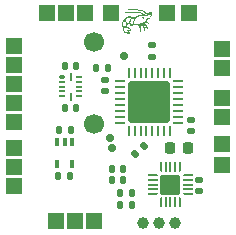
<source format=gbr>
%TF.GenerationSoftware,KiCad,Pcbnew,8.99.0-2176-gc19aa8170b*%
%TF.CreationDate,2024-08-30T16:07:14-04:00*%
%TF.ProjectId,scampi,7363616d-7069-42e6-9b69-6361645f7063,rev?*%
%TF.SameCoordinates,Original*%
%TF.FileFunction,Soldermask,Top*%
%TF.FilePolarity,Negative*%
%FSLAX46Y46*%
G04 Gerber Fmt 4.6, Leading zero omitted, Abs format (unit mm)*
G04 Created by KiCad (PCBNEW 8.99.0-2176-gc19aa8170b) date 2024-08-30 16:07:14*
%MOMM*%
%LPD*%
G01*
G04 APERTURE LIST*
G04 Aperture macros list*
%AMRoundRect*
0 Rectangle with rounded corners*
0 $1 Rounding radius*
0 $2 $3 $4 $5 $6 $7 $8 $9 X,Y pos of 4 corners*
0 Add a 4 corners polygon primitive as box body*
4,1,4,$2,$3,$4,$5,$6,$7,$8,$9,$2,$3,0*
0 Add four circle primitives for the rounded corners*
1,1,$1+$1,$2,$3*
1,1,$1+$1,$4,$5*
1,1,$1+$1,$6,$7*
1,1,$1+$1,$8,$9*
0 Add four rect primitives between the rounded corners*
20,1,$1+$1,$2,$3,$4,$5,0*
20,1,$1+$1,$4,$5,$6,$7,0*
20,1,$1+$1,$6,$7,$8,$9,0*
20,1,$1+$1,$8,$9,$2,$3,0*%
%AMFreePoly0*
4,1,14,0.334644,0.085355,0.385355,0.034644,0.400000,-0.000711,0.400000,-0.050000,0.385355,-0.085355,0.350000,-0.100000,-0.350000,-0.100000,-0.385355,-0.085355,-0.400000,-0.050000,-0.400000,0.050000,-0.385355,0.085355,-0.350000,0.100000,0.299289,0.100000,0.334644,0.085355,0.334644,0.085355,$1*%
%AMFreePoly1*
4,1,14,0.385355,0.085355,0.400000,0.050000,0.400000,0.000711,0.385355,-0.034644,0.334644,-0.085355,0.299289,-0.100000,-0.350000,-0.100000,-0.385355,-0.085355,-0.400000,-0.050000,-0.400000,0.050000,-0.385355,0.085355,-0.350000,0.100000,0.350000,0.100000,0.385355,0.085355,0.385355,0.085355,$1*%
%AMFreePoly2*
4,1,14,0.085355,0.385355,0.100000,0.350000,0.100000,-0.350000,0.085355,-0.385355,0.050000,-0.400000,-0.050000,-0.400000,-0.085355,-0.385355,-0.100000,-0.350000,-0.100000,0.299289,-0.085355,0.334644,-0.034644,0.385355,0.000711,0.400000,0.050000,0.400000,0.085355,0.385355,0.085355,0.385355,$1*%
%AMFreePoly3*
4,1,14,0.034644,0.385355,0.085355,0.334644,0.100000,0.299289,0.100000,-0.350000,0.085355,-0.385355,0.050000,-0.400000,-0.050000,-0.400000,-0.085355,-0.385355,-0.100000,-0.350000,-0.100000,0.350000,-0.085355,0.385355,-0.050000,0.400000,-0.000711,0.400000,0.034644,0.385355,0.034644,0.385355,$1*%
%AMFreePoly4*
4,1,14,0.385355,0.085355,0.400000,0.050000,0.400000,-0.050000,0.385355,-0.085355,0.350000,-0.100000,-0.299289,-0.100000,-0.334644,-0.085355,-0.385355,-0.034644,-0.400000,0.000711,-0.400000,0.050000,-0.385355,0.085355,-0.350000,0.100000,0.350000,0.100000,0.385355,0.085355,0.385355,0.085355,$1*%
%AMFreePoly5*
4,1,14,0.385355,0.085355,0.400000,0.050000,0.400000,-0.050000,0.385355,-0.085355,0.350000,-0.100000,-0.350000,-0.100000,-0.385355,-0.085355,-0.400000,-0.050000,-0.400000,-0.000711,-0.385355,0.034644,-0.334644,0.085355,-0.299289,0.100000,0.350000,0.100000,0.385355,0.085355,0.385355,0.085355,$1*%
%AMFreePoly6*
4,1,14,0.085355,0.385355,0.100000,0.350000,0.100000,-0.299289,0.085355,-0.334644,0.034644,-0.385355,-0.000711,-0.400000,-0.050000,-0.400000,-0.085355,-0.385355,-0.100000,-0.350000,-0.100000,0.350000,-0.085355,0.385355,-0.050000,0.400000,0.050000,0.400000,0.085355,0.385355,0.085355,0.385355,$1*%
%AMFreePoly7*
4,1,14,0.085355,0.385355,0.100000,0.350000,0.100000,-0.350000,0.085355,-0.385355,0.050000,-0.400000,0.000711,-0.400000,-0.034644,-0.385355,-0.085355,-0.334644,-0.100000,-0.299289,-0.100000,0.350000,-0.085355,0.385355,-0.050000,0.400000,0.050000,0.400000,0.085355,0.385355,0.085355,0.385355,$1*%
G04 Aperture macros list end*
%ADD10C,0.300000*%
%ADD11RoundRect,0.210000X-0.490000X-0.490000X0.490000X-0.490000X0.490000X0.490000X-0.490000X0.490000X0*%
%ADD12C,1.000000*%
%ADD13RoundRect,0.140000X0.170000X-0.140000X0.170000X0.140000X-0.170000X0.140000X-0.170000X-0.140000X0*%
%ADD14RoundRect,0.062500X-0.337500X-0.062500X0.337500X-0.062500X0.337500X0.062500X-0.337500X0.062500X0*%
%ADD15RoundRect,0.062500X-0.062500X-0.337500X0.062500X-0.337500X0.062500X0.337500X-0.062500X0.337500X0*%
%ADD16RoundRect,0.175000X-1.575000X-1.575000X1.575000X-1.575000X1.575000X1.575000X-1.575000X1.575000X0*%
%ADD17RoundRect,0.135000X-0.135000X-0.185000X0.135000X-0.185000X0.135000X0.185000X-0.135000X0.185000X0*%
%ADD18FreePoly0,180.000000*%
%ADD19RoundRect,0.050000X0.350000X0.050000X-0.350000X0.050000X-0.350000X-0.050000X0.350000X-0.050000X0*%
%ADD20FreePoly1,180.000000*%
%ADD21FreePoly2,180.000000*%
%ADD22RoundRect,0.050000X0.050000X0.350000X-0.050000X0.350000X-0.050000X-0.350000X0.050000X-0.350000X0*%
%ADD23FreePoly3,180.000000*%
%ADD24FreePoly4,180.000000*%
%ADD25FreePoly5,180.000000*%
%ADD26FreePoly6,180.000000*%
%ADD27FreePoly7,180.000000*%
%ADD28RoundRect,0.170000X0.680000X0.680000X-0.680000X0.680000X-0.680000X-0.680000X0.680000X-0.680000X0*%
%ADD29C,0.700000*%
%ADD30RoundRect,0.140000X-0.140000X-0.170000X0.140000X-0.170000X0.140000X0.170000X-0.140000X0.170000X0*%
%ADD31RoundRect,0.100000X-0.100000X0.225000X-0.100000X-0.225000X0.100000X-0.225000X0.100000X0.225000X0*%
%ADD32RoundRect,0.225000X0.225000X0.250000X-0.225000X0.250000X-0.225000X-0.250000X0.225000X-0.250000X0*%
%ADD33RoundRect,0.135000X0.035355X-0.226274X0.226274X-0.035355X-0.035355X0.226274X-0.226274X0.035355X0*%
%ADD34RoundRect,0.140000X-0.170000X0.140000X-0.170000X-0.140000X0.170000X-0.140000X0.170000X0.140000X0*%
%ADD35RoundRect,0.140000X0.140000X0.170000X-0.140000X0.170000X-0.140000X-0.170000X0.140000X-0.170000X0*%
%ADD36RoundRect,0.080000X0.170000X-0.080000X0.170000X0.080000X-0.170000X0.080000X-0.170000X-0.080000X0*%
%ADD37RoundRect,0.055000X0.195000X-0.055000X0.195000X0.055000X-0.195000X0.055000X-0.195000X-0.055000X0*%
%ADD38RoundRect,0.055000X-0.055000X-0.270000X0.055000X-0.270000X0.055000X0.270000X-0.055000X0.270000X0*%
%ADD39RoundRect,0.210000X0.490000X0.490000X-0.490000X0.490000X-0.490000X-0.490000X0.490000X-0.490000X0*%
%ADD40C,1.700000*%
G04 APERTURE END LIST*
D10*
G36*
X150188576Y-86502902D02*
G01*
X150215210Y-86520980D01*
X150233289Y-86547525D01*
X150239299Y-86578865D01*
X150233285Y-86610285D01*
X150215210Y-86636843D01*
X150188576Y-86654920D01*
X150157141Y-86660931D01*
X150125801Y-86654921D01*
X150099256Y-86636843D01*
X150081110Y-86610277D01*
X150075076Y-86578865D01*
X150081106Y-86547532D01*
X150099256Y-86520980D01*
X150125801Y-86502901D01*
X150157141Y-86496891D01*
X150188576Y-86502902D01*
G37*
G36*
X148949055Y-85835146D02*
G01*
X149058598Y-85858227D01*
X149209723Y-85869493D01*
X149431923Y-85872515D01*
X149636360Y-85877969D01*
X149806348Y-85893032D01*
X149966096Y-85920549D01*
X150104385Y-85959527D01*
X150234090Y-86013226D01*
X150355345Y-86081892D01*
X150470167Y-86165577D01*
X150547408Y-86234328D01*
X150654756Y-86135565D01*
X150737920Y-86060002D01*
X150767099Y-86044034D01*
X150793241Y-86039211D01*
X150822410Y-86045188D01*
X150846547Y-86063208D01*
X150862545Y-86089667D01*
X150868071Y-86122834D01*
X150865186Y-86162653D01*
X150856806Y-86198763D01*
X150820902Y-86272676D01*
X150852185Y-86280921D01*
X150876315Y-86296490D01*
X150892416Y-86318675D01*
X150897838Y-86346224D01*
X150888167Y-86384080D01*
X150854241Y-86428198D01*
X150806270Y-86469814D01*
X150739844Y-86517408D01*
X150759031Y-86541054D01*
X150765489Y-86571538D01*
X150759838Y-86594530D01*
X150740278Y-86620638D01*
X150700002Y-86651680D01*
X150623420Y-86689745D01*
X150488976Y-86735853D01*
X150431950Y-86828860D01*
X150391970Y-86875113D01*
X150681409Y-87007695D01*
X150635430Y-87107163D01*
X150308033Y-86956794D01*
X150265768Y-86992674D01*
X150265011Y-86993159D01*
X150380532Y-87120718D01*
X150572965Y-87452553D01*
X150477710Y-87506958D01*
X150290315Y-87185015D01*
X150171903Y-87052896D01*
X150163172Y-87058498D01*
X150068506Y-87104518D01*
X150203303Y-87192159D01*
X150314129Y-87502103D01*
X150314129Y-87698658D01*
X150204402Y-87700673D01*
X150204402Y-87523719D01*
X150112079Y-87262593D01*
X149942819Y-87152006D01*
X149916990Y-87161201D01*
X149839313Y-87180091D01*
X149931369Y-87208279D01*
X149987698Y-87537091D01*
X149962052Y-87806277D01*
X149853425Y-87796019D01*
X149879071Y-87540938D01*
X149834924Y-87290986D01*
X149604625Y-87215602D01*
X149486237Y-87220919D01*
X149321833Y-87211783D01*
X149312878Y-87210285D01*
X149310392Y-87221892D01*
X149282264Y-87254808D01*
X149241882Y-87275379D01*
X149194886Y-87282376D01*
X149150639Y-87276032D01*
X149106592Y-87256365D01*
X149071460Y-87223626D01*
X149050172Y-87175032D01*
X149031211Y-87198337D01*
X149006849Y-87214874D01*
X148978824Y-87224770D01*
X148949422Y-87228063D01*
X148903857Y-87220917D01*
X148860670Y-87199029D01*
X148836539Y-87172419D01*
X149112428Y-87172419D01*
X149128207Y-87195914D01*
X149158447Y-87216855D01*
X149195893Y-87223941D01*
X149224236Y-87220348D01*
X149243887Y-87210752D01*
X149252898Y-87200252D01*
X149156875Y-87184191D01*
X149112428Y-87172419D01*
X148836539Y-87172419D01*
X148829603Y-87164771D01*
X148819362Y-87120901D01*
X148877889Y-87120901D01*
X148882737Y-87137708D01*
X148899321Y-87154607D01*
X148922474Y-87165930D01*
X148951253Y-87169903D01*
X148973362Y-87166287D01*
X148992561Y-87155523D01*
X149003547Y-87143581D01*
X148995217Y-87141375D01*
X148882654Y-87101642D01*
X148877889Y-87120901D01*
X148819362Y-87120901D01*
X148821588Y-87107254D01*
X148801231Y-87127184D01*
X148769995Y-87179336D01*
X148750136Y-87238044D01*
X148742151Y-87299962D01*
X148847433Y-87338136D01*
X148942377Y-87389691D01*
X149028190Y-87454934D01*
X149101425Y-87532866D01*
X149153587Y-87616728D01*
X149186643Y-87707817D01*
X149114455Y-87722637D01*
X149049073Y-87727326D01*
X149004376Y-87725311D01*
X148961786Y-87720182D01*
X148994366Y-87770687D01*
X149024893Y-87829358D01*
X149050052Y-87890096D01*
X149066567Y-87944763D01*
X148935338Y-87937433D01*
X148821112Y-87916622D01*
X148721543Y-87883672D01*
X148628185Y-87836557D01*
X148553025Y-87781637D01*
X148493573Y-87718991D01*
X148448081Y-87646498D01*
X148421270Y-87569767D01*
X148412300Y-87487540D01*
X148508685Y-87487540D01*
X148514666Y-87545920D01*
X148532466Y-87600715D01*
X148562633Y-87653045D01*
X148625416Y-87720963D01*
X148711560Y-87778617D01*
X148811502Y-87819365D01*
X148928539Y-87843189D01*
X148865524Y-87729890D01*
X148793259Y-87616592D01*
X148911137Y-87629965D01*
X149011704Y-87635094D01*
X149034510Y-87634544D01*
X149056308Y-87632987D01*
X149012128Y-87574940D01*
X148949605Y-87516025D01*
X148878101Y-87463722D01*
X148800769Y-87419030D01*
X148720878Y-87383554D01*
X148691075Y-87374423D01*
X148668329Y-87384775D01*
X148575822Y-87410421D01*
X148516049Y-87419812D01*
X148512257Y-87439455D01*
X148508685Y-87487540D01*
X148412300Y-87487540D01*
X148412240Y-87486991D01*
X148423506Y-87392560D01*
X148388317Y-87299342D01*
X148367728Y-87207624D01*
X148361038Y-87117696D01*
X148457394Y-87117696D01*
X148461067Y-87179361D01*
X148472324Y-87243267D01*
X148491163Y-87308780D01*
X148503049Y-87339802D01*
X148522332Y-87338064D01*
X148611084Y-87317914D01*
X148653382Y-87301028D01*
X148653682Y-87300835D01*
X148655373Y-87274116D01*
X148671237Y-87196891D01*
X148696630Y-87128595D01*
X148733196Y-87066452D01*
X148765678Y-87031025D01*
X148702327Y-86977838D01*
X148651384Y-86922057D01*
X148609978Y-86859567D01*
X148589982Y-86812707D01*
X148581237Y-86818357D01*
X148536388Y-86861590D01*
X148501999Y-86911891D01*
X148478141Y-86968260D01*
X148462867Y-87036080D01*
X148457394Y-87117696D01*
X148361038Y-87117696D01*
X148360949Y-87116505D01*
X148367029Y-87027346D01*
X148384531Y-86947942D01*
X148412790Y-86876811D01*
X148452578Y-86811876D01*
X148502404Y-86756571D01*
X148531220Y-86734469D01*
X148659779Y-86734469D01*
X148667850Y-86772875D01*
X148689909Y-86823771D01*
X148724382Y-86874613D01*
X148792652Y-86942456D01*
X148866937Y-86993193D01*
X148999472Y-87042041D01*
X148999600Y-87042074D01*
X148988799Y-86989304D01*
X148983500Y-86910700D01*
X149071696Y-86910700D01*
X149081916Y-87010343D01*
X149100150Y-87068464D01*
X149162096Y-87084723D01*
X149325498Y-87110421D01*
X149330455Y-87110682D01*
X149318534Y-87063291D01*
X149306727Y-86945413D01*
X149393822Y-86945413D01*
X149404629Y-87045430D01*
X149426813Y-87115756D01*
X149486237Y-87118886D01*
X149631508Y-87112506D01*
X149766312Y-87093914D01*
X149891711Y-87063749D01*
X150012887Y-87020470D01*
X150119757Y-86967401D01*
X150213836Y-86904838D01*
X150297936Y-86830181D01*
X150365958Y-86747768D01*
X150419184Y-86656901D01*
X150494563Y-86638583D01*
X150582674Y-86613029D01*
X150655397Y-86583353D01*
X150679007Y-86566673D01*
X150684523Y-86554777D01*
X150679957Y-86540378D01*
X150663091Y-86523086D01*
X150611891Y-86491396D01*
X150705131Y-86435342D01*
X150776847Y-86380754D01*
X150799865Y-86356964D01*
X150804507Y-86346682D01*
X150798532Y-86338805D01*
X150768603Y-86329921D01*
X150688644Y-86323601D01*
X150731234Y-86254358D01*
X150765581Y-86185115D01*
X150778862Y-86146189D01*
X150772725Y-86138954D01*
X150768603Y-86140053D01*
X150765489Y-86143075D01*
X150612807Y-86300520D01*
X150542954Y-86362098D01*
X150482565Y-86406949D01*
X150421708Y-86442456D01*
X150366793Y-86464835D01*
X150203761Y-86442303D01*
X150043843Y-86434060D01*
X149904260Y-86442407D01*
X149785547Y-86465888D01*
X149684532Y-86502753D01*
X149592114Y-86556510D01*
X149518682Y-86620041D01*
X149470168Y-86683425D01*
X149428168Y-86766810D01*
X149402333Y-86855727D01*
X149393822Y-86945413D01*
X149306727Y-86945413D01*
X149306718Y-86945321D01*
X149316717Y-86837901D01*
X149346744Y-86734021D01*
X149372280Y-86683828D01*
X149298334Y-86642818D01*
X149190651Y-86598378D01*
X149148864Y-86651590D01*
X149106409Y-86733654D01*
X149080327Y-86821249D01*
X149071696Y-86910700D01*
X148983500Y-86910700D01*
X148983494Y-86910608D01*
X148993660Y-86803062D01*
X149024252Y-86698667D01*
X149074042Y-86601148D01*
X149095204Y-86573929D01*
X149080248Y-86570160D01*
X148979464Y-86561463D01*
X148895516Y-86568098D01*
X148824310Y-86586867D01*
X148763583Y-86616784D01*
X148711320Y-86658983D01*
X148669578Y-86713279D01*
X148659779Y-86734469D01*
X148531220Y-86734469D01*
X148563091Y-86710024D01*
X148601628Y-86636977D01*
X148653366Y-86576584D01*
X148719528Y-86527391D01*
X148794790Y-86492224D01*
X148880707Y-86470373D01*
X148979464Y-86462728D01*
X149078556Y-86470648D01*
X149183301Y-86495252D01*
X149295105Y-86538363D01*
X149415345Y-86602496D01*
X149485124Y-86524610D01*
X149566535Y-86460470D01*
X149660911Y-86409333D01*
X149770203Y-86371265D01*
X149896881Y-86347146D01*
X150043843Y-86338622D01*
X150181179Y-86345538D01*
X150152558Y-86326187D01*
X150025434Y-86260678D01*
X149897068Y-86213172D01*
X149777954Y-86184474D01*
X149659376Y-86168863D01*
X149545863Y-86163775D01*
X149399628Y-86168736D01*
X149249199Y-86183833D01*
X149099642Y-86198938D01*
X148960596Y-86203800D01*
X148874376Y-86200612D01*
X148787122Y-86190977D01*
X148700441Y-86172814D01*
X148612550Y-86143258D01*
X148646805Y-86060826D01*
X148724433Y-86087277D01*
X148800403Y-86103783D01*
X148877338Y-86112628D01*
X148956016Y-86115598D01*
X149093813Y-86110673D01*
X149240498Y-86095448D01*
X149389240Y-86080365D01*
X149541375Y-86075298D01*
X149668691Y-86081266D01*
X149802959Y-86099661D01*
X149937874Y-86133722D01*
X150083777Y-86190977D01*
X150228259Y-86269697D01*
X150364072Y-86366164D01*
X150416709Y-86340222D01*
X150482883Y-86293204D01*
X150416135Y-86233716D01*
X150308175Y-86154616D01*
X150194327Y-86089895D01*
X150073061Y-86040035D01*
X149943479Y-86004238D01*
X149792334Y-85979127D01*
X149630892Y-85965628D01*
X149434671Y-85960717D01*
X149201572Y-85957145D01*
X149038723Y-85944872D01*
X148972686Y-85933814D01*
X148917823Y-85919685D01*
X148811760Y-85877644D01*
X148853251Y-85796678D01*
X148949055Y-85835146D01*
G37*
D11*
%TO.C,TP9*%
X144400000Y-103800000D03*
%TD*%
D12*
%TO.C,TP12*%
X152870184Y-104000000D03*
%TD*%
D13*
%TO.C,C8*%
X154200000Y-96200000D03*
X154200000Y-95240000D03*
%TD*%
D11*
%TO.C,SPKR-1*%
X156800000Y-90800000D03*
%TD*%
D14*
%TO.C,U2*%
X148225000Y-91975000D03*
X148225000Y-92475000D03*
X148225000Y-92975000D03*
X148225000Y-93475000D03*
X148225000Y-93975000D03*
X148225000Y-94475000D03*
X148225000Y-94975000D03*
X148225000Y-95475000D03*
D15*
X148925000Y-96175000D03*
X149425000Y-96175000D03*
X149925000Y-96175000D03*
X150425000Y-96175000D03*
X150925000Y-96175000D03*
X151425000Y-96175000D03*
X151925000Y-96175000D03*
X152425000Y-96175000D03*
D14*
X153125000Y-95475000D03*
X153125000Y-94975000D03*
X153125000Y-94475000D03*
X153125000Y-93975000D03*
X153125000Y-93475000D03*
X153125000Y-92975000D03*
X153125000Y-92475000D03*
X153125000Y-91975000D03*
D15*
X152425000Y-91275000D03*
X151925000Y-91275000D03*
X151425000Y-91275000D03*
X150925000Y-91275000D03*
X150425000Y-91275000D03*
X149925000Y-91275000D03*
X149425000Y-91275000D03*
X148925000Y-91275000D03*
D16*
X150675000Y-93725000D03*
%TD*%
D11*
%TO.C,TP17*%
X145200000Y-86200000D03*
%TD*%
%TO.C,TP3*%
X139200000Y-90600000D03*
%TD*%
D17*
%TO.C,R2*%
X148180000Y-102400000D03*
X149200000Y-102400000D03*
%TD*%
D11*
%TO.C,SPKL+1*%
X156800000Y-93400000D03*
%TD*%
%TO.C,TP13*%
X146000000Y-103800000D03*
%TD*%
%TO.C,TP1*%
X142000000Y-86200000D03*
%TD*%
D18*
%TO.C,U3*%
X153900000Y-101500000D03*
D19*
X153900000Y-101100000D03*
X153900000Y-100700000D03*
X153900000Y-100300000D03*
D20*
X153900000Y-99900000D03*
D21*
X153250000Y-99250000D03*
D22*
X152850000Y-99250000D03*
X152450000Y-99250000D03*
X152050000Y-99250000D03*
D23*
X151650000Y-99250000D03*
D24*
X151000000Y-99900000D03*
D19*
X151000000Y-100300000D03*
X151000000Y-100700000D03*
X151000000Y-101100000D03*
D25*
X151000000Y-101500000D03*
D26*
X151650000Y-102150000D03*
D22*
X152050000Y-102150000D03*
X152450000Y-102150000D03*
X152850000Y-102150000D03*
D27*
X153250000Y-102150000D03*
D28*
X152450000Y-100700000D03*
%TD*%
D29*
%TO.C,TP11*%
X147300000Y-96782031D03*
%TD*%
D13*
%TO.C,C9*%
X150864183Y-89884861D03*
X150864183Y-88924861D03*
%TD*%
D11*
%TO.C,SPKR+1*%
X156800000Y-89200000D03*
%TD*%
D30*
%TO.C,C2*%
X143497872Y-90649926D03*
X144457872Y-90649926D03*
%TD*%
D11*
%TO.C,TP6*%
X156809832Y-99035239D03*
%TD*%
%TO.C,TP8*%
X142800000Y-103800000D03*
%TD*%
D13*
%TO.C,C5*%
X146883802Y-92800000D03*
X146883802Y-91840000D03*
%TD*%
D31*
%TO.C,U1*%
X144150000Y-97100000D03*
X143500000Y-97100000D03*
X142850000Y-97100000D03*
X142850000Y-99000000D03*
X144150000Y-99000000D03*
%TD*%
D17*
%TO.C,R4*%
X146190000Y-90800000D03*
X147210000Y-90800000D03*
%TD*%
D11*
%TO.C,DET1*%
X147400000Y-86200000D03*
%TD*%
%TO.C,HPR1*%
X152200000Y-86200000D03*
%TD*%
D17*
%TO.C,R3*%
X148180000Y-101390000D03*
X149200000Y-101390000D03*
%TD*%
D11*
%TO.C,TP16*%
X139200000Y-95400000D03*
%TD*%
D32*
%TO.C,C16*%
X153950000Y-97600000D03*
X152400000Y-97600000D03*
%TD*%
D33*
%TO.C,R1*%
X149478752Y-98121248D03*
X150200000Y-97400000D03*
%TD*%
D34*
%TO.C,C15*%
X154850000Y-100289348D03*
X154850000Y-101249348D03*
%TD*%
D11*
%TO.C,TP15*%
X139200000Y-100800000D03*
%TD*%
%TO.C,TP2*%
X139200000Y-89000000D03*
%TD*%
%TO.C,TP18*%
X143600000Y-86200000D03*
%TD*%
%TO.C,TP5*%
X139200000Y-93800000D03*
%TD*%
%TO.C,SPVDD1*%
X156809832Y-97285239D03*
%TD*%
D35*
%TO.C,C1*%
X144008053Y-96107578D03*
X143048053Y-96107578D03*
%TD*%
D29*
%TO.C,TP7*%
X148518437Y-89830110D03*
%TD*%
%TO.C,TP10*%
X147537482Y-97578631D03*
%TD*%
D11*
%TO.C,SPKL-1*%
X156800000Y-95000000D03*
%TD*%
D35*
%TO.C,C14*%
X148480000Y-100300000D03*
X147520000Y-100300000D03*
%TD*%
D11*
%TO.C,TP4*%
X139200000Y-92200000D03*
%TD*%
D35*
%TO.C,C13*%
X148480000Y-99400000D03*
X147520000Y-99400000D03*
%TD*%
D30*
%TO.C,C3*%
X143521078Y-94218471D03*
X144481078Y-94218471D03*
%TD*%
D12*
%TO.C,TP14*%
X150100000Y-104000000D03*
%TD*%
D35*
%TO.C,C4*%
X143925000Y-99950000D03*
X142965000Y-99950000D03*
%TD*%
D36*
%TO.C,IC1*%
X143250000Y-91575000D03*
D37*
X143250000Y-92025000D03*
X143250000Y-92425000D03*
X143250000Y-92825000D03*
X143250000Y-93225000D03*
D38*
X144000000Y-93250000D03*
D37*
X144750000Y-93225000D03*
X144750000Y-92825000D03*
X144750000Y-92425000D03*
X144750000Y-92025000D03*
X144750000Y-91625000D03*
D38*
X144000000Y-91600000D03*
%TD*%
D39*
%TO.C,VOL+1*%
X139200000Y-99200000D03*
%TD*%
D12*
%TO.C,UPDI1*%
X151500000Y-104000000D03*
%TD*%
D39*
%TO.C,VOL-1*%
X139200000Y-97600000D03*
%TD*%
D11*
%TO.C,HPL1*%
X154000000Y-86200000D03*
%TD*%
D40*
%TO.C,J1*%
X146000000Y-95600000D03*
X146000000Y-88600000D03*
%TD*%
M02*

</source>
